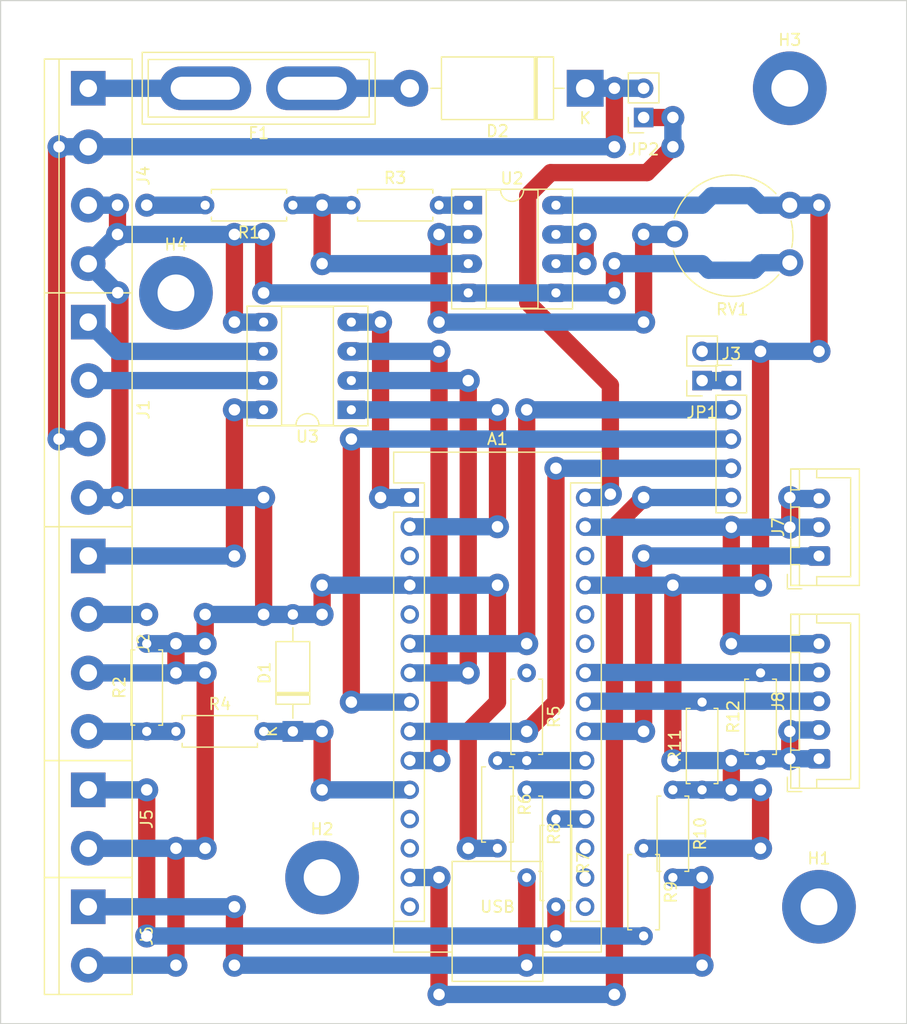
<source format=kicad_pcb>
(kicad_pcb (version 20221018) (generator pcbnew)
  (layers (0 "F.Cu" signal) (1 "In1.Cu" signal) (2 "In2.Cu" signal) (31 "B.Cu" signal) (34 "B.Paste" user) (35 "F.Paste" user) (36 "B.SilkS" user "B.Silkscreen") (37 "F.SilkS" user "F.Silkscreen") (38 "B.Mask" user) (39 "F.Mask" user) (44 "Edge.Cuts" user))
  (net 0 "")
  (net 1 "Net-(A1-D1{slash}TX)")
  (net 2 "Net-(A1-D0{slash}RX)")
  (net 4 "GND")
  (net 5 "Net-(A1-D2)")
  (net 6 "Net-(A1-D3)")
  (net 9 "Net-(A1-D4)")
  (net 13 "Net-(A1-D5)")
  (net 14 "Net-(A1-D6)")
  (net 15 "Net-(A1-D7)")
  (net 18 "Net-(A1-D8)")
  (net 19 "Net-(A1-D11)")
  (net 20 "Net-(A1-A0)")
  (net 21 "Net-(A1-A1)")
  (net 22 "Net-(A1-A2)")
  (net 23 "/Button")
  (net 24 "/SDA")
  (net 26 "/SCL")
  (net 27 "+5V")
  (net 28 "Net-(A1-VIN)")
  (net 30 "+12V")
  (net 31 "+BATT")
  (net 32 "/Power in")
  (net 33 "Net-(J1-Pin_1)")
  (net 34 "Net-(J1-Pin_2)")
  (net 35 "/Hall effect")
  (net 36 "/Oil")
  (net 37 "Net-(J3-Pin_1)")
  (net 38 "Net-(J5-Pin_1)")
  (net 39 "Net-(J6-Pin_1)")
  (net 40 "Net-(U2A-+)")
  (net 41 "/Threshold adjust")
  (net 42 "Net-(U2B--)")
  (footprint "Fuse:Fuse_Blade_ATO_directSolder" (layer "F.Cu") (at 103.28 38.1 180)
    (fp_text reference "F1" (at 4.65 -3.9) (layer "F.SilkS"))
    (fp_text value "3A")
    (pad "1" thru_hole oval (at 0 0 180) (size 8 3.8) (drill oval 6 2) (layers "*.Cu" "*.Mask") (net 31 "+BATT"))
    (pad "2" thru_hole oval (at 9.3 0 180) (size 8 3.8) (drill oval 6 2) (layers "*.Cu" "*.Mask") (net 32 "/Power in"))
  )
  (footprint "Connector_PinSocket_2.54mm:PinSocket_1x02_P2.54mm_Vertical" (layer "F.Cu") (at 137.16 63.5 180)
    (fp_text reference "JP1" (at 0 -2.77) (layer "F.SilkS"))
    (fp_text value "5V jumper")
    (pad "1" thru_hole rect (at 0 0 180) (size 1.7 1.7) (drill 1) (layers "*.Cu" "*.Mask") (net 37 "Net-(J3-Pin_1)"))
    (pad "2" thru_hole oval (at 0 2.54 180) (size 1.7 1.7) (drill 1) (layers "*.Cu" "*.Mask") (net 27 "+5V"))
  )
  (footprint "Connector_PinHeader_2.54mm:PinHeader_1x05_P2.54mm_Vertical" (layer "F.Cu") (at 139.7 63.5)
    (fp_text reference "J3" (at 0 -2.33) (layer "F.SilkS"))
    (fp_text value "H bridge driver control")
    (pad "1" thru_hole rect (at 0 0) (size 1.7 1.7) (drill 1) (layers "*.Cu" "*.Mask") (net 37 "Net-(J3-Pin_1)"))
    (pad "2" thru_hole oval (at 0 2.54) (size 1.7 1.7) (drill 1) (layers "*.Cu" "*.Mask") (net 6 "Net-(A1-D3)"))
    (pad "3" thru_hole oval (at 0 5.08) (size 1.7 1.7) (drill 1) (layers "*.Cu" "*.Mask") (net 13 "Net-(A1-D5)"))
    (pad "4" thru_hole oval (at 0 7.62) (size 1.7 1.7) (drill 1) (layers "*.Cu" "*.Mask") (net 14 "Net-(A1-D6)"))
    (pad "5" thru_hole oval (at 0 10.16) (size 1.7 1.7) (drill 1) (layers "*.Cu" "*.Mask") (net 19 "Net-(A1-D11)"))
  )
  (footprint "Resistor_THT:R_Axial_DIN0207_L6.3mm_D2.5mm_P7.62mm_Horizontal" (layer "F.Cu") (at 121.92 99.06 -90)
    (fp_text reference "R8" (at 3.81 -2.37 90) (layer "F.SilkS"))
    (fp_text value "1k")
    (pad "1" thru_hole circle (at 0 0 270) (size 1.6 1.6) (drill 0.8) (layers "*.Cu" "*.Mask") (net 21 "Net-(A1-A1)"))
    (pad "2" thru_hole oval (at 7.62 0 270) (size 1.6 1.6) (drill 0.8) (layers "*.Cu" "*.Mask") (net 39 "Net-(J6-Pin_1)"))
  )
  (footprint "TerminalBlock:TerminalBlock_bornier-4_P5.08mm" (layer "F.Cu") (at 83.82 38.1 -90)
    (fp_text reference "J4" (at 7.6 -4.8 90) (layer "F.SilkS"))
    (fp_text value "Power")
    (pad "1" thru_hole rect (at 0 0 270) (size 3 3) (drill 1.52) (layers "*.Cu" "*.Mask") (net 32 "/Power in"))
    (pad "2" thru_hole circle (at 5.08 0 270) (size 3 3) (drill 1.52) (layers "*.Cu" "*.Mask") (net 30 "+12V"))
    (pad "3" thru_hole circle (at 10.16 0 270) (size 3 3) (drill 1.52) (layers "*.Cu" "*.Mask") (net 4 "GND"))
    (pad "4" thru_hole circle (at 15.24 0 270) (size 3 3) (drill 1.52) (layers "*.Cu" "*.Mask") (net 4 "GND"))
  )
  (footprint "Resistor_THT:R_Axial_DIN0207_L6.3mm_D2.5mm_P7.62mm_Horizontal" (layer "F.Cu") (at 124.46 101.6 -90)
    (fp_text reference "R7" (at 3.81 -2.37 -90) (layer "F.SilkS"))
    (fp_text value "1k")
    (pad "1" thru_hole circle (at 0 0 270) (size 1.6 1.6) (drill 0.8) (layers "*.Cu" "*.Mask") (net 20 "Net-(A1-A0)"))
    (pad "2" thru_hole oval (at 7.62 0 270) (size 1.6 1.6) (drill 0.8) (layers "*.Cu" "*.Mask") (net 38 "Net-(J5-Pin_1)"))
  )
  (footprint "Connector_JST:JST_XH_B3B-XH-A_1x03_P2.50mm_Vertical" (layer "F.Cu") (at 147.32 78.74 90)
    (fp_text reference "J7" (at 2.5 -3.55 90) (layer "F.SilkS"))
    (fp_text value "Dashboard A")
    (pad "1" thru_hole roundrect (at 0 0 90) (size 1.7 1.95) (drill 0.95) (layers "*.Cu" "*.Mask") (roundrect_rratio 0.147059) (net 23 "/Button"))
    (pad "2" thru_hole oval (at 2.5 0 90) (size 1.7 1.95) (drill 0.95) (layers "*.Cu" "*.Mask") (net 4 "GND"))
    (pad "3" thru_hole oval (at 5 0 90) (size 1.7 1.95) (drill 0.95) (layers "*.Cu" "*.Mask") (net 4 "GND"))
  )
  (footprint "Diode_THT:D_DO-201AD_P15.24mm_Horizontal" (layer "F.Cu") (at 127 38.1 180)
    (fp_text reference "D2" (at 7.62 -3.72) (layer "F.SilkS"))
    (fp_text value "1N5404")
    (fp_text user "K" (at 0 -2.6) (layer "F.SilkS"))
    (pad "1" thru_hole rect (at 0 0 180) (size 3.2 3.2) (drill 1.6) (layers "*.Cu" "*.Mask") (net 30 "+12V"))
    (pad "2" thru_hole oval (at 15.24 0 180) (size 3.2 3.2) (drill 1.6) (layers "*.Cu" "*.Mask") (net 31 "+BATT"))
  )
  (footprint "Resistor_THT:R_Axial_DIN0207_L6.3mm_D2.5mm_P7.62mm_Horizontal" (layer "F.Cu") (at 121.92 88.9 -90)
    (fp_text reference "R5" (at 3.81 -2.37 90) (layer "F.SilkS"))
    (fp_text value "100k")
    (pad "1" thru_hole circle (at 0 0 270) (size 1.6 1.6) (drill 0.8) (layers "*.Cu" "*.Mask") (net 31 "+BATT"))
    (pad "2" thru_hole oval (at 7.62 0 270) (size 1.6 1.6) (drill 0.8) (layers "*.Cu" "*.Mask") (net 22 "Net-(A1-A2)"))
  )
  (footprint "TerminalBlock:TerminalBlock_bornier-4_P5.08mm" (layer "F.Cu") (at 83.82 78.74 -90)
    (fp_text reference "J2" (at 7.6 -4.8 90) (layer "F.SilkS"))
    (fp_text value "Speed & Oil")
    (pad "1" thru_hole rect (at 0 0 270) (size 3 3) (drill 1.52) (layers "*.Cu" "*.Mask") (net 27 "+5V"))
    (pad "2" thru_hole circle (at 5.08 0 270) (size 3 3) (drill 1.52) (layers "*.Cu" "*.Mask") (net 35 "/Hall effect"))
    (pad "3" thru_hole circle (at 10.16 0 270) (size 3 3) (drill 1.52) (layers "*.Cu" "*.Mask") (net 4 "GND"))
    (pad "4" thru_hole circle (at 15.24 0 270) (size 3 3) (drill 1.52) (layers "*.Cu" "*.Mask") (net 36 "/Oil"))
  )
  (footprint "Resistor_THT:R_Axial_DIN0207_L6.3mm_D2.5mm_P7.62mm_Horizontal" (layer "F.Cu") (at 119.38 96.52 -90)
    (fp_text reference "R6" (at 3.81 -2.37 90) (layer "F.SilkS"))
    (fp_text value "39k")
    (pad "1" thru_hole circle (at 0 0 270) (size 1.6 1.6) (drill 0.8) (layers "*.Cu" "*.Mask") (net 22 "Net-(A1-A2)"))
    (pad "2" thru_hole oval (at 7.62 0 270) (size 1.6 1.6) (drill 0.8) (layers "*.Cu" "*.Mask") (net 4 "GND"))
  )
  (footprint "Resistor_THT:R_Axial_DIN0207_L6.3mm_D2.5mm_P7.62mm_Horizontal" (layer "F.Cu") (at 134.62 99.06 -90)
    (fp_text reference "R10" (at 3.81 -2.37 90) (layer "F.SilkS"))
    (fp_text value "470")
    (pad "1" thru_hole circle (at 0 0 270) (size 1.6 1.6) (drill 0.8) (layers "*.Cu" "*.Mask") (net 27 "+5V"))
    (pad "2" thru_hole oval (at 7.62 0 270) (size 1.6 1.6) (drill 0.8) (layers "*.Cu" "*.Mask") (net 39 "Net-(J6-Pin_1)"))
  )
  (footprint "Connector_PinSocket_2.54mm:PinSocket_1x02_P2.54mm_Vertical" (layer "F.Cu") (at 132.08 40.64 180)
    (fp_text reference "JP2" (at 0 -2.77) (layer "F.SilkS"))
    (fp_text value "12V jumper")
    (pad "1" thru_hole rect (at 0 0 180) (size 1.7 1.7) (drill 1) (layers "*.Cu" "*.Mask") (net 28 "Net-(A1-VIN)"))
    (pad "2" thru_hole oval (at 0 2.54 180) (size 1.7 1.7) (drill 1) (layers "*.Cu" "*.Mask") (net 30 "+12V"))
  )
  (footprint "Potentiometer_THT:Potentiometer_Piher_PT-10-V10_Vertical_Hole" (layer "F.Cu") (at 144.78 48.26 180)
    (fp_text reference "RV1" (at 5 -9.05) (layer "F.SilkS"))
    (fp_text value "10k")
    (pad "" np_thru_hole circle (at 5 -2.65 180) (size 4 4) (drill 4) (layers "*.Cu" "*.Mask"))
    (pad "1" thru_hole circle (at 0 0 180) (size 2.34 2.34) (drill 1.3) (layers "*.Cu" "*.Mask") (net 27 "+5V"))
    (pad "2" thru_hole circle (at 10 -2.5 180) (size 2.34 2.34) (drill 1.3) (layers "*.Cu" "*.Mask") (net 41 "/Threshold adjust"))
    (pad "3" thru_hole circle (at 0 -5 180) (size 2.34 2.34) (drill 1.3) (layers "*.Cu" "*.Mask") (net 4 "GND"))
  )
  (footprint "Resistor_THT:R_Axial_DIN0207_L6.3mm_D2.5mm_P7.62mm_Horizontal" (layer "F.Cu") (at 137.16 99.06 90)
    (fp_text reference "R11" (at 3.81 -2.37 90) (layer "F.SilkS"))
    (fp_text value "4.7k")
    (pad "1" thru_hole circle (at 0 0 90) (size 1.6 1.6) (drill 0.8) (layers "*.Cu" "*.Mask") (net 27 "+5V"))
    (pad "2" thru_hole oval (at 7.62 0 90) (size 1.6 1.6) (drill 0.8) (layers "*.Cu" "*.Mask") (net 24 "/SDA"))
  )
  (footprint "MountingHole:MountingHole_3.2mm_M3_Pad" (layer "F.Cu") (at 91.44 55.88)
    (fp_text reference "H4" (at 0 -4.2) (layer "F.SilkS"))
    (fp_text value "MountingHole")
    (pad "1" thru_hole circle (at 0 0) (size 6.4 6.4) (drill 3.2) (layers "*.Cu" "*.Mask"))
  )
  (footprint "TerminalBlock:TerminalBlock_bornier-2_P5.08mm" (layer "F.Cu") (at 83.82 99.06 -90)
    (fp_text reference "J5" (at 2.54 -5.08 90) (layer "F.SilkS"))
    (fp_text value "Thermistor 1")
    (pad "1" thru_hole rect (at 0 0 270) (size 3 3) (drill 1.52) (layers "*.Cu" "*.Mask") (net 38 "Net-(J5-Pin_1)"))
    (pad "2" thru_hole circle (at 5.08 0 270) (size 3 3) (drill 1.52) (layers "*.Cu" "*.Mask") (net 4 "GND"))
  )
  (footprint "Diode_THT:D_A-405_P10.16mm_Horizontal" (layer "F.Cu") (at 101.6 93.98 90)
    (fp_text reference "D1" (at 5.08 -2.47 90) (layer "F.SilkS"))
    (fp_text value "5.1V")
    (fp_text user "K" (at 0 -1.9 90) (layer "F.SilkS"))
    (pad "1" thru_hole rect (at 0 0 90) (size 1.8 1.8) (drill 0.9) (layers "*.Cu" "*.Mask") (net 18 "Net-(A1-D8)"))
    (pad "2" thru_hole oval (at 10.16 0 90) (size 1.8 1.8) (drill 0.9) (layers "*.Cu" "*.Mask") (net 4 "GND"))
  )
  (footprint "Resistor_THT:R_Axial_DIN0207_L6.3mm_D2.5mm_P7.62mm_Horizontal" (layer "F.Cu") (at 106.68 48.26)
    (fp_text reference "R3" (at 3.81 -2.37) (layer "F.SilkS"))
    (fp_text value "120k" hide)
    (pad "1" thru_hole circle (at 0 0) (size 1.6 1.6) (drill 0.8) (layers "*.Cu" "*.Mask") (net 40 "Net-(U2A-+)"))
    (pad "2" thru_hole oval (at 7.62 0) (size 1.6 1.6) (drill 0.8) (layers "*.Cu" "*.Mask") (net 5 "Net-(A1-D2)"))
  )
  (footprint "Resistor_THT:R_Axial_DIN0207_L6.3mm_D2.5mm_P7.62mm_Horizontal" (layer "F.Cu") (at 132.08 104.14 -90)
    (fp_text reference "R9" (at 3.81 -2.37 -90) (layer "F.SilkS"))
    (fp_text value "470")
    (pad "1" thru_hole circle (at 0 0 270) (size 1.6 1.6) (drill 0.8) (layers "*.Cu" "*.Mask") (net 27 "+5V"))
    (pad "2" thru_hole oval (at 7.62 0 270) (size 1.6 1.6) (drill 0.8) (layers "*.Cu" "*.Mask") (net 38 "Net-(J5-Pin_1)"))
  )
  (footprint "MountingHole:MountingHole_3.2mm_M3_Pad" (layer "F.Cu") (at 147.32 109.22)
    (fp_text reference "H1" (at 0 -4.2) (layer "F.SilkS"))
    (fp_text value "MountingHole")
    (pad "1" thru_hole circle (at 0 0) (size 6.4 6.4) (drill 3.2) (layers "*.Cu" "*.Mask"))
  )
  (footprint "Module:Arduino_Nano" (layer "F.Cu") (at 111.76 73.66)
    (fp_text reference "A1" (at 7.62 -5.08) (layer "F.SilkS"))
    (fp_text value "Arduino_Nano_v3.x")
    (fp_text user "USB" (at 7.62 35.56 unlocked) (layer "F.SilkS"))
    (pad "1" thru_hole rect (at 0 0) (size 1.6 1.6) (drill 1) (layers "*.Cu" "*.Mask") (net 1 "Net-(A1-D1{slash}TX)"))
    (pad "2" thru_hole oval (at 0 2.54) (size 1.6 1.6) (drill 1) (layers "*.Cu" "*.Mask") (net 2 "Net-(A1-D0{slash}RX)"))
    (pad "3" thru_hole oval (at 0 5.08) (size 1.6 1.6) (drill 1) (layers "*.Cu" "*.Mask"))
    (pad "4" thru_hole oval (at 0 7.62) (size 1.6 1.6) (drill 1) (layers "*.Cu" "*.Mask") (net 4 "GND"))
    (pad "5" thru_hole oval (at 0 10.16) (size 1.6 1.6) (drill 1) (layers "*.Cu" "*.Mask") (net 5 "Net-(A1-D2)"))
    (pad "6" thru_hole oval (at 0 12.7) (size 1.6 1.6) (drill 1) (layers "*.Cu" "*.Mask") (net 6 "Net-(A1-D3)"))
    (pad "7" thru_hole oval (at 0 15.24) (size 1.6 1.6) (drill 1) (layers "*.Cu" "*.Mask") (net 9 "Net-(A1-D4)"))
    (pad "8" thru_hole oval (at 0 17.78) (size 1.6 1.6) (drill 1) (layers "*.Cu" "*.Mask") (net 13 "Net-(A1-D5)"))
    (pad "9" thru_hole oval (at 0 20.32) (size 1.6 1.6) (drill 1) (layers "*.Cu" "*.Mask") (net 14 "Net-(A1-D6)"))
    (pad "10" thru_hole oval (at 0 22.86) (size 1.6 1.6) (drill 1) (layers "*.Cu" "*.Mask") (net 15 "Net-(A1-D7)"))
    (pad "11" thru_hole oval (at 0 25.4) (size 1.6 1.6) (drill 1) (layers "*.Cu" "*.Mask") (net 18 "Net-(A1-D8)"))
    (pad "12" thru_hole oval (at 0 27.94) (size 1.6 1.6) (drill 1) (layers "*.Cu" "*.Mask"))
    (pad "13" thru_hole oval (at 0 30.48) (size 1.6 1.6) (drill 1) (layers "*.Cu" "*.Mask"))
    (pad "14" thru_hole oval (at 0 33.02) (size 1.6 1.6) (drill 1) (layers "*.Cu" "*.Mask") (net 19 "Net-(A1-D11)"))
    (pad "15" thru_hole oval (at 0 35.56) (size 1.6 1.6) (drill 1) (layers "*.Cu" "*.Mask"))
    (pad "16" thru_hole oval (at 15.24 35.56) (size 1.6 1.6) (drill 1) (layers "*.Cu" "*.Mask"))
    (pad "17" thru_hole oval (at 15.24 33.02) (size 1.6 1.6) (drill 1) (layers "*.Cu" "*.Mask"))
    (pad "18" thru_hole oval (at 15.24 30.48) (size 1.6 1.6) (drill 1) (layers "*.Cu" "*.Mask"))
    (pad "19" thru_hole oval (at 15.24 27.94) (size 1.6 1.6) (drill 1) (layers "*.Cu" "*.Mask") (net 20 "Net-(A1-A0)"))
    (pad "20" thru_hole oval (at 15.24 25.4) (size 1.6 1.6) (drill 1) (layers "*.Cu" "*.Mask") (net 21 "Net-(A1-A1)"))
    (pad "21" thru_hole oval (at 15.24 22.86) (size 1.6 1.6) (drill 1) (layers "*.Cu" "*.Mask") (net 22 "Net-(A1-A2)"))
    (pad "22" thru_hole oval (at 15.24 20.32) (size 1.6 1.6) (drill 1) (layers "*.Cu" "*.Mask") (net 23 "/Button"))
    (pad "23" thru_hole oval (at 15.24 17.78) (size 1.6 1.6) (drill 1) (layers "*.Cu" "*.Mask") (net 24 "/SDA"))
    (pad "24" thru_hole oval (at 15.24 15.24) (size 1.6 1.6) (drill 1) (layers "*.Cu" "*.Mask") (net 26 "/SCL"))
    (pad "25" thru_hole oval (at 15.24 12.7) (size 1.6 1.6) (drill 1) (layers "*.Cu" "*.Mask"))
    (pad "26" thru_hole oval (at 15.24 10.16) (size 1.6 1.6) (drill 1) (layers "*.Cu" "*.Mask"))
    (pad "27" thru_hole oval (at 15.24 7.62) (size 1.6 1.6) (drill 1) (layers "*.Cu" "*.Mask") (net 27 "+5V"))
    (pad "28" thru_hole oval (at 15.24 5.08) (size 1.6 1.6) (drill 1) (layers "*.Cu" "*.Mask"))
    (pad "29" thru_hole oval (at 15.24 2.54) (size 1.6 1.6) (drill 1) (layers "*.Cu" "*.Mask") (net 4 "GND"))
    (pad "30" thru_hole oval (at 15.24 0) (size 1.6 1.6) (drill 1) (layers "*.Cu" "*.Mask") (net 28 "Net-(A1-VIN)"))
  )
  (footprint "TerminalBlock:TerminalBlock_bornier-4_P5.08mm" (layer "F.Cu") (at 83.82 58.42 -90)
    (fp_text reference "J1" (at 7.6 -4.8 90) (layer "F.SilkS"))
    (fp_text value "Roll hoop")
    (pad "1" thru_hole rect (at 0 0 270) (size 3 3) (drill 1.52) (layers "*.Cu" "*.Mask") (net 33 "Net-(J1-Pin_1)"))
    (pad "2" thru_hole circle (at 5.08 0 270) (size 3 3) (drill 1.52) (layers "*.Cu" "*.Mask") (net 34 "Net-(J1-Pin_2)"))
    (pad "3" thru_hole circle (at 10.16 0 270) (size 3 3) (drill 1.52) (layers "*.Cu" "*.Mask") (net 30 "+12V"))
    (pad "4" thru_hole circle (at 15.24 0 270) (size 3 3) (drill 1.52) (layers "*.Cu" "*.Mask") (net 4 "GND"))
  )
  (footprint "Resistor_THT:R_Axial_DIN0207_L6.3mm_D2.5mm_P7.62mm_Horizontal" (layer "F.Cu") (at 142.24 96.52 90)
    (fp_text reference "R12" (at 3.81 -2.37 90) (layer "F.SilkS"))
    (fp_text value "4.7k")
    (pad "1" thru_hole circle (at 0 0 90) (size 1.6 1.6) (drill 0.8) (layers "*.Cu" "*.Mask") (net 27 "+5V"))
    (pad "2" thru_hole oval (at 7.62 0 90) (size 1.6 1.6) (drill 0.8) (layers "*.Cu" "*.Mask") (net 26 "/SCL"))
  )
  (footprint "Resistor_THT:R_Axial_DIN0207_L6.3mm_D2.5mm_P7.62mm_Horizontal" (layer "F.Cu") (at 101.6 48.26 180)
    (fp_text reference "R1" (at 3.81 -2.37) (layer "F.SilkS"))
    (fp_text value "4.7k")
    (pad "1" thru_hole circle (at 0 0 180) (size 1.6 1.6) (drill 0.8) (layers "*.Cu" "*.Mask") (net 40 "Net-(U2A-+)"))
    (pad "2" thru_hole oval (at 7.62 0 180) (size 1.6 1.6) (drill 0.8) (layers "*.Cu" "*.Mask") (net 35 "/Hall effect"))
  )
  (footprint "Package_DIP:DIP-8_W7.62mm_Socket_LongPads" (layer "F.Cu") (at 106.68 66.04 180)
    (fp_text reference "U3" (at 3.81 -2.33) (layer "F.SilkS"))
    (fp_text value "DS3695N")
    (pad "1" thru_hole rect (at 0 0 180) (size 2.4 1.6) (drill 0.8) (layers "*.Cu" "*.Mask") (net 2 "Net-(A1-D0{slash}RX)"))
    (pad "2" thru_hole oval (at 0 2.54 180) (size 2.4 1.6) (drill 0.8) (layers "*.Cu" "*.Mask") (net 9 "Net-(A1-D4)"))
    (pad "3" thru_hole oval (at 0 5.08 180) (size 2.4 1.6) (drill 0.8) (layers "*.Cu" "*.Mask") (net 15 "Net-(A1-D7)"))
    (pad "4" thru_hole oval (at 0 7.62 180) (size 2.4 1.6) (drill 0.8) (layers "*.Cu" "*.Mask") (net 1 "Net-(A1-D1{slash}TX)"))
    (pad "5" thru_hole oval (at 7.62 7.62 180) (size 2.4 1.6) (drill 0.8) (layers "*.Cu" "*.Mask") (net 4 "GND"))
    (pad "6" thru_hole oval (at 7.62 5.08 180) (size 2.4 1.6) (drill 0.8) (layers "*.Cu" "*.Mask") (net 33 "Net-(J1-Pin_1)"))
    (pad "7" thru_hole oval (at 7.62 2.54 180) (size 2.4 1.6) (drill 0.8) (layers "*.Cu" "*.Mask") (net 34 "Net-(J1-Pin_2)"))
    (pad "8" thru_hole oval (at 7.62 0 180) (size 2.4 1.6) (drill 0.8) (layers "*.Cu" "*.Mask") (net 27 "+5V"))
  )
  (footprint "Connector_JST:JST_XH_B5B-XH-A_1x05_P2.50mm_Vertical" (layer "F.Cu") (at 147.32 96.36 90)
    (fp_text reference "J8" (at 5 -3.55 90) (layer "F.SilkS"))
    (fp_text value "Dashboard B")
    (pad "1" thru_hole roundrect (at 0 0 90) (size 1.7 1.95) (drill 0.95) (layers "*.Cu" "*.Mask") (roundrect_rratio 0.147059) (net 27 "+5V"))
    (pad "2" thru_hole oval (at 2.5 0 90) (size 1.7 1.95) (drill 0.95) (layers "*.Cu" "*.Mask") (net 27 "+5V"))
    (pad "3" thru_hole oval (at 5 0 90) (size 1.7 1.95) (drill 0.95) (layers "*.Cu" "*.Mask") (net 24 "/SDA"))
    (pad "4" thru_hole oval (at 7.5 0 90) (size 1.7 1.95) (drill 0.95) (layers "*.Cu" "*.Mask") (net 26 "/SCL"))
    (pad "5" thru_hole oval (at 10 0 90) (size 1.7 1.95) (drill 0.95) (layers "*.Cu" "*.Mask") (net 4 "GND"))
  )
  (footprint "MountingHole:MountingHole_3.2mm_M3_Pad" (layer "F.Cu") (at 104.14 106.68)
    (fp_text reference "H2" (at 0 -4.2) (layer "F.SilkS"))
    (fp_text value "MountingHole")
    (pad "1" thru_hole circle (at 0 0) (size 6.4 6.4) (drill 3.2) (layers "*.Cu" "*.Mask"))
  )
  (footprint "Package_DIP:DIP-8_W7.62mm_Socket_LongPads" (layer "F.Cu") (at 116.84 48.26)
    (fp_text reference "U2" (at 3.81 -2.33) (layer "F.SilkS"))
    (fp_text value "MCP602")
    (pad "1" thru_hole rect (at 0 0) (size 2.4 1.6) (drill 0.8) (layers "*.Cu" "*.Mask") (net 5 "Net-(A1-D2)"))
    (pad "2" thru_hole oval (at 0 2.54) (size 2.4 1.6) (drill 0.8) (layers "*.Cu" "*.Mask") (net 41 "/Threshold adjust"))
    (pad "3" thru_hole oval (at 0 5.08) (size 2.4 1.6) (drill 0.8) (layers "*.Cu" "*.Mask") (net 40 "Net-(U2A-+)"))
    (pad "4" thru_hole oval (at 0 7.62) (size 2.4 1.6) (drill 0.8) (layers "*.Cu" "*.Mask") (net 4 "GND"))
    (pad "5" thru_hole oval (at 7.62 7.62) (size 2.4 1.6) (drill 0.8) (layers "*.Cu" "*.Mask") (net 4 "GND"))
    (pad "6" thru_hole oval (at 7.62 5.08) (size 2.4 1.6) (drill 0.8) (layers "*.Cu" "*.Mask") (net 42 "Net-(U2B--)"))
    (pad "7" thru_hole oval (at 7.62 2.54) (size 2.4 1.6) (drill 0.8) (layers "*.Cu" "*.Mask") (net 42 "Net-(U2B--)"))
    (pad "8" thru_hole oval (at 7.62 0) (size 2.4 1.6) (drill 0.8) (layers "*.Cu" "*.Mask") (net 27 "+5V"))
  )
  (footprint "Resistor_THT:R_Axial_DIN0207_L6.3mm_D2.5mm_P7.62mm_Horizontal" (layer "F.Cu") (at 88.9 93.98 90)
    (fp_text reference "R2" (at 3.81 -2.37 90) (layer "F.SilkS"))
    (fp_text value "1k")
    (pad "1" thru_hole circle (at 0 0 90) (size 1.6 1.6) (drill 0.8) (layers "*.Cu" "*.Mask") (net 36 "/Oil"))
    (pad "2" thru_hole oval (at 7.62 0 90) (size 1.6 1.6) (drill 0.8) (layers "*.Cu" "*.Mask") (net 4 "GND"))
  )
  (footprint "Resistor_THT:R_Axial_DIN0207_L6.3mm_D2.5mm_P7.62mm_Horizontal" (layer "F.Cu") (at 91.44 93.98)
    (fp_text reference "R4" (at 3.81 -2.37) (layer "F.SilkS"))
    (fp_text value "4.7k")
    (pad "1" thru_hole circle (at 0 0) (size 1.6 1.6) (drill 0.8) (layers "*.Cu" "*.Mask") (net 36 "/Oil"))
    (pad "2" thru_hole oval (at 7.62 0) (size 1.6 1.6) (drill 0.8) (layers "*.Cu" "*.Mask") (net 18 "Net-(A1-D8)"))
  )
  (footprint "TerminalBlock:TerminalBlock_bornier-2_P5.08mm" (layer "F.Cu") (at 83.82 109.22 -90)
    (fp_text reference "J6" (at 2.54 -5.08 90) (layer "F.SilkS"))
    (fp_text value "Thermistor 2")
    (pad "1" thru_hole rect (at 0 0 270) (size 3 3) (drill 1.52) (layers "*.Cu" "*.Mask") (net 39 "Net-(J6-Pin_1)"))
    (pad "2" thru_hole circle (at 5.08 0 270) (size 3 3) (drill 1.52) (layers "*.Cu" "*.Mask") (net 4 "GND"))
  )
  (footprint "MountingHole:MountingHole_3.2mm_M3_Pad" (layer "F.Cu") (at 144.78 38.1)
    (fp_text reference "H3" (at 0 -4.2) (layer "F.SilkS"))
    (fp_text value "MountingHole")
    (pad "1" thru_hole circle (at 0 0) (size 6.4 6.4) (drill 3.2) (layers "*.Cu" "*.Mask"))
  )
  (gr_rect (start 76.2 30.48) (end 154.94 119.38) (stroke (width 0.1)) (fill none) (layer "Edge.Cuts"))
  (segment (start 109.22 58.42) (end 109.22 73.66) (width 1.5) (layer "F.Cu") (net 1))
  (via (at 109.22 73.66) (size 2) (drill 1) (layers "F.Cu" "B.Cu") (net 1))
  (via (at 109.22 58.42) (size 2) (drill 1) (layers "F.Cu" "B.Cu") (net 1))
  (segment (start 109.22 73.66) (end 111.76 73.66) (width 1.5) (layer "B.Cu") (net 1))
  (segment (start 106.68 58.42) (end 109.22 58.42) (width 1.5) (layer "B.Cu") (net 1))
  (segment (start 119.38 66.04) (end 119.38 76.2) (width 1.5) (layer "F.Cu") (net 2))
  (via (at 119.38 66.04) (size 2) (drill 1) (layers "F.Cu" "B.Cu") (net 2))
  (via (at 119.38 76.2) (size 2) (drill 1) (layers "F.Cu" "B.Cu") (net 2))
  (segment (start 119.38 76.2) (end 111.76 76.2) (width 1.5) (layer "B.Cu") (net 2))
  (segment (start 106.68 66.04) (end 119.38 66.04) (width 1.5) (layer "B.Cu") (net 2))
  (segment (start 86.57 56.049386) (end 86.380307 55.859693) (width 1.5) (layer "F.Cu") (net 4))
  (segment (start 116.84 104.14) (end 116.84 93.98) (width 1.5) (layer "F.Cu") (net 4))
  (segment (start 99.06 55.88) (end 99.06 50.8) (width 1.5) (layer "F.Cu") (net 4))
  (segment (start 86.36 73.66) (end 86.57 73.45) (width 1.5) (layer "F.Cu") (net 4))
  (segment (start 93.98 104.14) (end 93.98 88.9) (width 1.5) (layer "F.Cu") (net 4))
  (segment (start 99.06 83.82) (end 99.06 73.66) (width 1.5) (layer "F.Cu") (net 4))
  (segment (start 91.44 88.9) (end 91.44 86.36) (width 1.5) (layer "F.Cu") (net 4))
  (segment (start 93.98 86.36) (end 93.98 83.82) (width 1.5) (layer "F.Cu") (net 4))
  (segment (start 86.57 73.45) (end 86.57 56.049386) (width 1.5) (layer "F.Cu") (net 4))
  (segment (start 91.44 114.3) (end 91.44 104.14) (width 1.5) (layer "F.Cu") (net 4))
  (segment (start 96.52 50.8) (end 96.52 58.42) (width 1.5) (layer "F.Cu") (net 4))
  (segment (start 104.14 83.82) (end 104.14 81.28) (width 1.5) (layer "F.Cu") (net 4))
  (segment (start 129.54 55.88) (end 129.54 53.34) (width 1.5) (layer "F.Cu") (net 4))
  (segment (start 139.7 86.36) (end 139.7 76.24) (width 1.5) (layer "F.Cu") (net 4))
  (segment (start 144.78 73.66) (end 144.78 76.24) (width 1.5) (layer "F.Cu") (net 4))
  (segment (start 86.36 50.8) (end 86.36 48.26) (width 1.5) (layer "F.Cu") (net 4))
  (segment (start 116.84 93.98) (end 119.38 91.44) (width 1.5) (layer "F.Cu") (net 4))
  (segment (start 119.38 91.44) (end 119.38 81.28) (width 1.5) (layer "F.Cu") (net 4))
  (via (at 119.38 81.28) (size 2) (drill 1) (layers "F.Cu" "B.Cu") (net 4))
  (via (at 99.06 83.82) (size 2) (drill 1) (layers "F.Cu" "B.Cu") (net 4))
  (via (at 144.78 73.66) (size 2) (drill 1) (layers "F.Cu" "B.Cu") (net 4))
  (via (at 96.52 50.8) (size 2) (drill 1) (layers "F.Cu" "B.Cu") (net 4))
  (via (at 86.36 50.8) (size 2) (drill 1) (layers "F.Cu" "B.Cu") (net 4))
  (via (at 99.06 55.88) (size 2) (drill 1) (layers "F.Cu" "B.Cu") (net 4))
  (via (at 93.98 88.9) (size 2) (drill 1) (layers "F.Cu" "B.Cu") (net 4))
  (via (at 93.98 83.82) (size 2) (drill 1) (layers "F.Cu" "B.Cu") (net 4))
  (via (at 99.06 50.8) (size 2) (drill 1) (layers "F.Cu" "B.Cu") (net 4))
  (via (at 99.06 73.66) (size 2) (drill 1) (layers "F.Cu" "B.Cu") (net 4))
  (via (at 96.52 58.42) (size 2) (drill 1) (layers "F.Cu" "B.Cu") (net 4))
  (via (at 91.44 104.14) (size 2) (drill 1) (layers "F.Cu" "B.Cu") (net 4))
  (via (at 93.98 86.36) (size 2) (drill 1) (layers "F.Cu" "B.Cu") (net 4))
  (via (at 129.54 55.88) (size 2) (drill 1) (layers "F.Cu" "B.Cu") (net 4))
  (via (at 104.14 83.82) (size 2) (drill 1) (layers "F.Cu" "B.Cu") (net 4))
  (via (at 144.78 76.24) (size 2) (drill 1) (layers "F.Cu" "B.Cu") (net 4))
  (via (at 139.7 76.24) (size 2) (drill 1) (layers "F.Cu" "B.Cu") (net 4))
  (via (at 116.84 104.14) (size 2) (drill 1) (layers "F.Cu" "B.Cu") (net 4))
  (via (at 93.98 104.14) (size 2) (drill 1) (layers "F.Cu" "B.Cu") (net 4))
  (via (at 91.44 88.9) (size 2) (drill 1) (layers "F.Cu" "B.Cu") (net 4))
  (via (at 91.44 86.36) (size 2) (drill 1) (layers "F.Cu" "B.Cu") (net 4))
  (via (at 86.380307 55.859693) (size 2) (drill 1) (layers "F.Cu" "B.Cu") (net 4))
  (via (at 86.36 48.26) (size 2) (drill 1) (layers "F.Cu" "B.Cu") (net 4))
  (via (at 86.36 73.66) (size 2) (drill 1) (layers "F.Cu" "B.Cu") (net 4))
  (via (at 104.14 81.28) (size 2) (drill 1) (layers "F.Cu" "B.Cu") (net 4))
  (via (at 129.54 53.34) (size 2) (drill 1) (layers "F.Cu" "B.Cu") (net 4))
  (via (at 91.44 114.3) (size 2) (drill 1) (layers "F.Cu" "B.Cu") (net 4))
  (via (at 139.7 86.36) (size 2) (drill 1) (layers "F.Cu" "B.Cu") (net 4))
  (segment (start 119.38 81.28) (end 104.14 81.28) (width 1.5) (layer "B.Cu") (net 4))
  (segment (start 99.06 50.8) (end 96.52 50.8) (width 1.5) (layer "B.Cu") (net 4))
  (segment (start 91.44 104.14) (end 93.98 104.14) (width 1.5) (layer "B.Cu") (net 4))
  (segment (start 83.82 114.3) (end 91.44 114.3) (width 1.5) (layer "B.Cu") (net 4))
  (segment (start 139.7 76.24) (end 127.04 76.24) (width 1.5) (layer "B.Cu") (net 4))
  (segment (start 86.36 50.8) (end 96.52 50.8) (width 1.5) (layer "B.Cu") (net 4))
  (segment (start 119.38 104.14) (end 116.84 104.14) (width 1.5) (layer "B.Cu") (net 4))
  (segment (start 86.339693 55.859693) (end 83.82 53.34) (width 1.5) (layer "B.Cu") (net 4))
  (segment (start 83.82 88.9) (end 91.44 88.9) (width 1.5) (layer "B.Cu") (net 4))
  (segment (start 101.6 83.82) (end 99.06 83.82) (width 1.5) (layer "B.Cu") (net 4))
  (segment (start 137.16 53.34) (end 137.73 53.91) (width 1.5) (layer "B.Cu") (net 4))
  (segment (start 83.82 53.34) (end 86.36 50.8) (width 1.5) (layer "B.Cu") (net 4))
  (segment (start 116.84 55.88) (end 129.54 55.88) (width 1.5) (layer "B.Cu") (net 4))
  (segment (start 93.98 83.82) (end 99.06 83.82) (width 1.5) (layer "B.Cu") (net 4))
  (segment (start 96.52 58.42) (end 99.06 58.42) (width 1.5) (layer "B.Cu") (net 4))
  (segment (start 91.44 86.36) (end 88.9 86.36) (width 1.5) (layer "B.Cu") (net 4))
  (segment (start 147.32 86.36) (end 139.7 86.36) (width 1.5) (layer "B.Cu") (net 4))
  (segment (start 144.86 73.74) (end 144.78 73.66) (width 1.5) (layer "B.Cu") (net 4))
  (segment (start 147.32 76.24) (end 144.78 76.24) (width 1.5) (layer "B.Cu") (net 4))
  (segment (start 141.67 53.91) (end 142.32 53.26) (width 1.5) (layer "B.Cu") (net 4))
  (segment (start 86.380307 55.859693) (end 86.339693 55.859693) (width 1.5) (layer "B.Cu") (net 4))
  (segment (start 147.32 73.74) (end 144.86 73.74) (width 1.5) (layer "B.Cu") (net 4))
  (segment (start 99.06 73.66) (end 86.36 73.66) (width 1.5) (layer "B.Cu") (net 4))
  (segment (start 129.54 53.34) (end 137.16 53.34) (width 1.5) (layer "B.Cu") (net 4))
  (segment (start 91.44 86.36) (end 93.98 86.36) (width 1.5) (layer "B.Cu") (net 4))
  (segment (start 86.36 73.66) (end 83.82 73.66) (width 1.5) (layer "B.Cu") (net 4))
  (segment (start 91.44 104.14) (end 83.82 104.14) (width 1.5) (layer "B.Cu") (net 4))
  (segment (start 127.04 76.24) (end 127 76.2) (width 1.5) (layer "B.Cu") (net 4))
  (segment (start 83.82 48.26) (end 86.36 48.26) (width 1.5) (layer "B.Cu") (net 4))
  (segment (start 142.32 53.26) (end 144.78 53.26) (width 1.5) (layer "B.Cu") (net 4))
  (segment (start 93.98 88.9) (end 91.44 88.9) (width 1.5) (layer "B.Cu") (net 4))
  (segment (start 101.6 83.82) (end 104.14 83.82) (width 1.5) (layer "B.Cu") (net 4))
  (segment (start 137.73 53.91) (end 141.67 53.91) (width 1.5) (layer "B.Cu") (net 4))
  (segment (start 116.84 55.88) (end 99.06 55.88) (width 1.5) (layer "B.Cu") (net 4))
  (segment (start 144.78 76.24) (end 139.7 76.24) (width 1.5) (layer "B.Cu") (net 4))
  (segment (start 114.3 48.26) (end 116.84 48.26) (width 1.5) (layer "B.Cu") (net 5))
  (segment (start 121.92 66.04) (end 121.92 86.36) (width 1.5) (layer "F.Cu") (net 6))
  (via (at 121.92 86.36) (size 2) (drill 1) (layers "F.Cu" "B.Cu") (net 6))
  (via (at 121.92 66.04) (size 2) (drill 1) (layers "F.Cu" "B.Cu") (net 6))
  (segment (start 139.7 66.04) (end 121.92 66.04) (width 1.5) (layer "B.Cu") (net 6))
  (segment (start 121.92 86.36) (end 111.76 86.36) (width 1.5) (layer "B.Cu") (net 6))
  (segment (start 116.84 63.5) (end 116.84 88.9) (width 1.5) (layer "F.Cu") (net 9))
  (via (at 116.84 88.9) (size 2) (drill 1) (layers "F.Cu" "B.Cu") (net 9))
  (via (at 116.84 63.5) (size 2) (drill 1) (layers "F.Cu" "B.Cu") (net 9))
  (segment (start 106.68 63.5) (end 116.84 63.5) (width 1.5) (layer "B.Cu") (net 9))
  (segment (start 116.84 88.9) (end 111.76 88.9) (width 1.5) (layer "B.Cu") (net 9))
  (segment (start 106.68 68.58) (end 106.68 91.44) (width 1.5) (layer "F.Cu") (net 13))
  (via (at 106.68 91.44) (size 2) (drill 1) (layers "F.Cu" "B.Cu") (net 13))
  (via (at 106.68 68.58) (size 2) (drill 1) (layers "F.Cu" "B.Cu") (net 13))
  (segment (start 139.7 68.58) (end 106.68 68.58) (width 1.5) (layer "B.Cu") (net 13))
  (segment (start 106.68 91.44) (end 111.76 91.44) (width 1.5) (layer "B.Cu") (net 13))
  (segment (start 124.46 91.44) (end 121.92 93.98) (width 1.5) (layer "F.Cu") (net 14))
  (segment (start 124.46 71.12) (end 124.46 91.44) (width 1.5) (layer "F.Cu") (net 14))
  (via (at 124.46 71.12) (size 2) (drill 1) (layers "F.Cu" "B.Cu") (net 14))
  (via (at 121.92 93.98) (size 2) (drill 1) (layers "F.Cu" "B.Cu") (net 14))
  (segment (start 139.7 71.12) (end 124.46 71.12) (width 1.5) (layer "B.Cu") (net 14))
  (segment (start 121.92 93.98) (end 111.76 93.98) (width 1.5) (layer "B.Cu") (net 14))
  (segment (start 114.3 60.96) (end 114.3 96.52) (width 1.5) (layer "F.Cu") (net 15))
  (via (at 114.3 96.52) (size 2) (drill 1) (layers "F.Cu" "B.Cu") (net 15))
  (via (at 114.3 60.96) (size 2) (drill 1) (layers "F.Cu" "B.Cu") (net 15))
  (segment (start 106.68 60.96) (end 114.3 60.96) (width 1.5) (layer "B.Cu") (net 15))
  (segment (start 114.3 96.52) (end 111.76 96.52) (width 1.5) (layer "B.Cu") (net 15))
  (segment (start 104.14 93.98) (end 104.14 99.06) (width 1.5) (layer "F.Cu") (net 18))
  (via (at 104.14 93.98) (size 2) (drill 1) (layers "F.Cu" "B.Cu") (net 18))
  (via (at 104.14 99.06) (size 2) (drill 1) (layers "F.Cu" "B.Cu") (net 18))
  (segment (start 101.6 93.98) (end 104.14 93.98) (width 1.5) (layer "B.Cu") (net 18))
  (segment (start 104.14 99.06) (end 111.76 99.06) (width 1.5) (layer "B.Cu") (net 18))
  (segment (start 99.06 93.98) (end 101.6 93.98) (width 1.5) (layer "B.Cu") (net 18))
  (segment (start 114.3 116.84) (end 114.3 106.68) (width 1.5) (layer "F.Cu") (net 19))
  (segment (start 129.54 76.2) (end 129.54 111.76) (width 1.5) (layer "F.Cu") (net 19))
  (segment (start 129.54 111.76) (end 129.54 116.84) (width 1.5) (layer "F.Cu") (net 19))
  (segment (start 132.08 73.66) (end 129.54 76.2) (width 1.5) (layer "F.Cu") (net 19))
  (via (at 114.3 106.68) (size 2) (drill 1) (layers "F.Cu" "B.Cu") (net 19))
  (via (at 129.54 116.84) (size 2) (drill 1) (layers "F.Cu" "B.Cu") (net 19))
  (via (at 114.3 116.84) (size 2) (drill 1) (layers "F.Cu" "B.Cu") (net 19))
  (via (at 132.08 73.66) (size 2) (drill 1) (layers "F.Cu" "B.Cu") (net 19))
  (segment (start 129.54 116.84) (end 114.3 116.84) (width 1.5) (layer "B.Cu") (net 19))
  (segment (start 114.3 106.68) (end 111.76 106.68) (width 1.5) (layer "B.Cu") (net 19))
  (segment (start 139.7 73.66) (end 132.08 73.66) (width 1.5) (layer "B.Cu") (net 19))
  (segment (start 127 101.6) (end 124.46 101.6) (width 1.5) (layer "B.Cu") (net 20))
  (segment (start 127 99.06) (end 121.92 99.06) (width 1.5) (layer "B.Cu") (net 21))
  (segment (start 127 96.52) (end 119.38 96.52) (width 1.5) (layer "B.Cu") (net 22))
  (segment (start 132.08 78.74) (end 132.08 93.98) (width 1.5) (layer "F.Cu") (net 23))
  (via (at 132.08 93.98) (size 2) (drill 1) (layers "F.Cu" "B.Cu") (net 23))
  (via (at 132.08 78.74) (size 2) (drill 1) (layers "F.Cu" "B.Cu") (net 23))
  (segment (start 147.32 78.74) (end 132.08 78.74) (width 1.5) (layer "B.Cu") (net 23))
  (segment (start 132.08 93.98) (end 127 93.98) (width 1.5) (layer "B.Cu") (net 23))
  (segment (start 147.32 91.36) (end 127.08 91.36) (width 1.5) (layer "B.Cu") (net 24))
  (segment (start 127.08 91.36) (end 127 91.44) (width 1.5) (layer "B.Cu") (net 24))
  (segment (start 147.32 88.86) (end 127.04 88.86) (width 1.5) (layer "B.Cu") (net 26))
  (segment (start 127.04 88.86) (end 127 88.9) (width 1.5) (layer "B.Cu") (net 26))
  (segment (start 139.7 96.52) (end 139.7 99.06) (width 1.5) (layer "F.Cu") (net 27))
  (segment (start 134.62 96.52) (end 134.62 81.28) (width 1.5) (layer "F.Cu") (net 27))
  (segment (start 142.24 60.96) (end 142.24 81.28) (width 1.5) (layer "F.Cu") (net 27))
  (segment (start 147.32 48.26) (end 147.32 60.96) (width 1.5) (layer "F.Cu") (net 27))
  (segment (start 96.52 66.04) (end 96.52 78.74) (width 1.5) (layer "F.Cu") (net 27))
  (segment (start 142.24 99.06) (end 142.24 104.14) (width 1.5) (layer "F.Cu") (net 27))
  (segment (start 144.78 93.98) (end 144.78 96.36) (width 1.5) (layer "F.Cu") (net 27))
  (via (at 144.78 96.36) (size 2) (drill 1) (layers "F.Cu" "B.Cu") (net 27))
  (via (at 96.52 66.04) (size 2) (drill 1) (layers "F.Cu" "B.Cu") (net 27))
  (via (at 96.52 78.74) (size 2) (drill 1) (layers "F.Cu" "B.Cu") (net 27))
  (via (at 142.24 104.14) (size 2) (drill 1) (layers "F.Cu" "B.Cu") (net 27))
  (via (at 142.24 81.28) (size 2) (drill 1) (layers "F.Cu" "B.Cu") (net 27))
  (via (at 139.7 99.06) (size 2) (drill 1) (layers "F.Cu" "B.Cu") (net 27))
  (via (at 139.7 96.52) (size 2) (drill 1) (layers "F.Cu" "B.Cu") (net 27))
  (via (at 134.62 81.28) (size 2) (drill 1) (layers "F.Cu" "B.Cu") (net 27))
  (via (at 147.32 60.96) (size 2) (drill 1) (layers "F.Cu" "B.Cu") (net 27))
  (via (at 147.32 48.26) (size 2) (drill 1) (layers "F.Cu" "B.Cu") (net 27))
  (via (at 134.62 96.52) (size 2) (drill 1) (layers "F.Cu" "B.Cu") (net 27))
  (via (at 144.78 93.98) (size 2) (drill 1) (layers "F.Cu" "B.Cu") (net 27))
  (via (at 142.24 60.96) (size 2) (drill 1) (layers "F.Cu" "B.Cu") (net 27))
  (via (at 142.24 99.06) (size 2) (drill 1) (layers "F.Cu" "B.Cu") (net 27))
  (segment (start 144.9 93.86) (end 144.78 93.98) (width 1.5) (layer "B.Cu") (net 27))
  (segment (start 147.32 96.36) (end 144.78 96.36) (width 1.5) (layer "B.Cu") (net 27))
  (segment (start 142.24 96.52) (end 139.7 96.52) (width 1.5) (layer "B.Cu") (net 27))
  (segment (start 147.32 60.96) (end 142.24 60.96) (width 1.5) (layer "B.Cu") (net 27))
  (segment (start 144.78 96.36) (end 142.4 96.36) (width 1.5) (layer "B.Cu") (net 27))
  (segment (start 141.415334 47.435334) (end 137.984666 47.435334) (width 1.5) (layer "B.Cu") (net 27))
  (segment (start 142.24 48.26) (end 141.415334 47.435334) (width 1.5) (layer "B.Cu") (net 27))
  (segment (start 96.52 78.74) (end 83.82 78.74) (width 1.5) (layer "B.Cu") (net 27))
  (segment (start 147.32 93.86) (end 144.9 93.86) (width 1.5) (layer "B.Cu") (net 27))
  (segment (start 144.78 48.26) (end 147.32 48.26) (width 1.5) (layer "B.Cu") (net 27))
  (segment (start 137.984666 47.435334) (end 137.16 48.26) (width 1.5) (layer "B.Cu") (net 27))
  (segment (start 139.7 96.52) (end 134.62 96.52) (width 1.5) (layer "B.Cu") (net 27))
  (segment (start 142.24 104.14) (end 132.08 104.14) (width 1.5) (layer "B.Cu") (net 27))
  (segment (start 142.24 81.28) (end 127 81.28) (width 1.5) (layer "B.Cu") (net 27))
  (segment (start 139.7 99.06) (end 134.62 99.06) (width 1.5) (layer "B.Cu") (net 27))
  (segment (start 137.16 48.26) (end 124.46 48.26) (width 1.5) (layer "B.Cu") (net 27))
  (segment (start 142.4 96.36) (end 142.24 96.52) (width 1.5) (layer "B.Cu") (net 27))
  (segment (start 99.06 66.04) (end 96.52 66.04) (width 1.5) (layer "B.Cu") (net 27))
  (segment (start 139.7 99.06) (end 142.24 99.06) (width 1.5) (layer "B.Cu") (net 27))
  (segment (start 144.78 48.26) (end 142.24 48.26) (width 1.5) (layer "B.Cu") (net 27))
  (segment (start 142.24 60.96) (end 137.16 60.96) (width 1.5) (layer "B.Cu") (net 27))
  (segment (start 129.189696 73.369029) (end 129.189696 63.90172) (width 1.5) (layer "F.Cu") (net 28))
  (segment (start 122.01 47.417976) (end 123.997976 45.43) (width 1.5) (layer "F.Cu") (net 28))
  (segment (start 132.37 45.43) (end 134.62 43.18) (width 1.5) (layer "F.Cu") (net 28))
  (segment (start 134.62 40.64) (end 132.08 40.64) (width 1.5) (layer "F.Cu") (net 28))
  (segment (start 129.189696 63.90172) (end 122.01 56.722024) (width 1.5) (layer "F.Cu") (net 28))
  (segment (start 122.01 56.722024) (end 122.01 47.417976) (width 1.5) (layer "F.Cu") (net 28))
  (segment (start 123.997976 45.43) (end 132.37 45.43) (width 1.5) (layer "F.Cu") (net 28))
  (via (at 134.62 40.64) (size 2) (drill 1) (layers "F.Cu" "B.Cu") (net 28))
  (via (at 129.189696 73.369029) (size 2) (drill 1) (layers "F.Cu" "B.Cu") (net 28))
  (via (at 134.62 43.18) (size 2) (drill 1) (layers "F.Cu" "B.Cu") (net 28))
  (segment (start 127 73.66) (end 128.898725 73.66) (width 1.5) (layer "B.Cu") (net 28))
  (segment (start 128.898725 73.66) (end 129.189696 73.369029) (width 1.5) (layer "B.Cu") (net 28))
  (segment (start 134.62 43.18) (end 134.62 40.64) (width 1.5) (layer "B.Cu") (net 28))
  (segment (start 81.28 43.18) (end 81.07 43.39) (width 1.5) (layer "F.Cu") (net 30))
  (segment (start 81.07 68.37) (end 81.28 68.58) (width 1.5) (layer "F.Cu") (net 30))
  (segment (start 129.54 43.18) (end 129.54 38.1) (width 1.5) (layer "F.Cu") (net 30))
  (segment (start 81.07 43.39) (end 81.07 68.37) (width 1.5) (layer "F.Cu") (net 30))
  (via (at 129.54 38.1) (size 2) (drill 1) (layers "F.Cu" "B.Cu") (net 30))
  (via (at 129.54 43.18) (size 2) (drill 1) (layers "F.Cu" "B.Cu") (net 30))
  (via (at 81.28 43.18) (size 2) (drill 1) (layers "F.Cu" "B.Cu") (net 30))
  (via (at 81.28 68.58) (size 2) (drill 1) (layers "F.Cu" "B.Cu") (net 30))
  (segment (start 81.28 68.58) (end 83.82 68.58) (width 1.5) (layer "B.Cu") (net 30))
  (segment (start 83.82 43.18) (end 81.28 43.18) (width 1.5) (layer "B.Cu") (net 30))
  (segment (start 83.82 43.18) (end 129.54 43.18) (width 1.5) (layer "B.Cu") (net 30))
  (segment (start 129.54 38.1) (end 127 38.1) (width 1.5) (layer "B.Cu") (net 30))
  (segment (start 132.08 38.1) (end 129.54 38.1) (width 1.5) (layer "B.Cu") (net 30))
  (segment (start 103.28 38.1) (end 111.76 38.1) (width 1.5) (layer "B.Cu") (net 31))
  (segment (start 83.82 38.1) (end 93.98 38.1) (width 1.5) (layer "B.Cu") (net 32))
  (segment (start 86.36 60.96) (end 83.82 58.42) (width 1.5) (layer "B.Cu") (net 33))
  (segment (start 99.06 60.96) (end 86.36 60.96) (width 1.5) (layer "B.Cu") (net 33))
  (segment (start 99.06 63.5) (end 83.82 63.5) (width 1.5) (layer "B.Cu") (net 34))
  (via (at 88.9 48.26) (size 2) (drill 1) (layers "F.Cu" "B.Cu") (net 35))
  (via (at 88.9 83.82) (size 2) (drill 1) (layers "F.Cu" "B.Cu") (net 35))
  (segment (start 93.98 48.26) (end 88.9 48.26) (width 1.5) (layer "B.Cu") (net 35))
  (segment (start 88.9 83.82) (end 83.82 83.82) (width 1.5) (layer "B.Cu") (net 35))
  (segment (start 83.82 93.98) (end 91.44 93.98) (width 1.5) (layer "B.Cu") (net 36))
  (segment (start 139.7 63.5) (end 137.16 63.5) (width 1.5) (layer "B.Cu") (net 37))
  (segment (start 124.46 111.76) (end 124.46 109.22) (width 1.5) (layer "F.Cu") (net 38))
  (segment (start 88.9 111.76) (end 88.9 99.06) (width 1.5) (layer "F.Cu") (net 38))
  (via (at 88.9 99.06) (size 2) (drill 1) (layers "F.Cu" "B.Cu") (net 38))
  (via (at 88.9 111.76) (size 2) (drill 1) (layers "F.Cu" "B.Cu") (net 38))
  (via (at 124.46 111.76) (size 2) (drill 1) (layers "F.Cu" "B.Cu") (net 38))
  (segment (start 124.46 111.76) (end 88.9 111.76) (width 1.5) (layer "B.Cu") (net 38))
  (segment (start 88.9 99.06) (end 83.82 99.06) (width 1.5) (layer "B.Cu") (net 38))
  (segment (start 132.08 111.76) (end 124.46 111.76) (width 1.5) (layer "B.Cu") (net 38))
  (segment (start 137.16 106.68) (end 137.16 114.3) (width 1.5) (layer "F.Cu") (net 39))
  (segment (start 121.92 106.68) (end 121.92 114.3) (width 1.5) (layer "F.Cu") (net 39))
  (segment (start 96.52 114.3) (end 96.52 109.22) (width 1.5) (layer "F.Cu") (net 39))
  (via (at 96.52 109.22) (size 2) (drill 1) (layers "F.Cu" "B.Cu") (net 39))
  (via (at 121.92 114.3) (size 2) (drill 1) (layers "F.Cu" "B.Cu") (net 39))
  (via (at 137.16 106.68) (size 2) (drill 1) (layers "F.Cu" "B.Cu") (net 39))
  (via (at 137.16 114.3) (size 2) (drill 1) (layers "F.Cu" "B.Cu") (net 39))
  (via (at 96.52 114.3) (size 2) (drill 1) (layers "F.Cu" "B.Cu") (net 39))
  (segment (start 96.52 109.22) (end 83.82 109.22) (width 1.5) (layer "B.Cu") (net 39))
  (segment (start 121.92 114.3) (end 96.52 114.3) (width 1.5) (layer "B.Cu") (net 39))
  (segment (start 134.62 106.68) (end 137.16 106.68) (width 1.5) (layer "B.Cu") (net 39))
  (segment (start 137.16 114.3) (end 121.92 114.3) (width 1.5) (layer "B.Cu") (net 39))
  (segment (start 104.14 53.34) (end 104.14 48.26) (width 1.5) (layer "F.Cu") (net 40))
  (via (at 104.14 48.26) (size 2) (drill 1) (layers "F.Cu" "B.Cu") (net 40))
  (via (at 104.14 53.34) (size 2) (drill 1) (layers "F.Cu" "B.Cu") (net 40))
  (segment (start 104.14 48.26) (end 106.68 48.26) (width 1.5) (layer "B.Cu") (net 40))
  (segment (start 101.6 48.26) (end 104.14 48.26) (width 1.5) (layer "B.Cu") (net 40))
  (segment (start 116.84 53.34) (end 104.14 53.34) (width 1.5) (layer "B.Cu") (net 40))
  (segment (start 132.08 58.42) (end 132.08 50.8) (width 1.5) (layer "F.Cu") (net 41))
  (segment (start 114.3 50.8) (end 114.3 58.42) (width 1.5) (layer "F.Cu") (net 41))
  (via (at 132.08 50.8) (size 2) (drill 1) (layers "F.Cu" "B.Cu") (net 41))
  (via (at 114.3 58.42) (size 2) (drill 1) (layers "F.Cu" "B.Cu") (net 41))
  (via (at 114.3 50.8) (size 2) (drill 1) (layers "F.Cu" "B.Cu") (net 41))
  (via (at 132.08 58.42) (size 2) (drill 1) (layers "F.Cu" "B.Cu") (net 41))
  (segment (start 134.74 50.8) (end 134.78 50.76) (width 1.5) (layer "B.Cu") (net 41))
  (segment (start 132.08 58.42) (end 114.3 58.42) (width 1.5) (layer "B.Cu") (net 41))
  (segment (start 116.84 50.8) (end 114.3 50.8) (width 1.5) (layer "B.Cu") (net 41))
  (segment (start 132.08 50.8) (end 134.74 50.8) (width 1.5) (layer "B.Cu") (net 41))
  (segment (start 127 50.8) (end 127 53.34) (width 1.5) (layer "F.Cu") (net 42))
  (via (at 127 53.34) (size 2) (drill 1) (layers "F.Cu" "B.Cu") (net 42))
  (via (at 127 50.8) (size 2) (drill 1) (layers "F.Cu" "B.Cu") (net 42))
  (segment (start 124.46 50.8) (end 127 50.8) (width 1.5) (layer "B.Cu") (net 42))
  (segment (start 127 53.34) (end 124.46 53.34) (width 1.5) (layer "B.Cu") (net 42))
)
</source>
